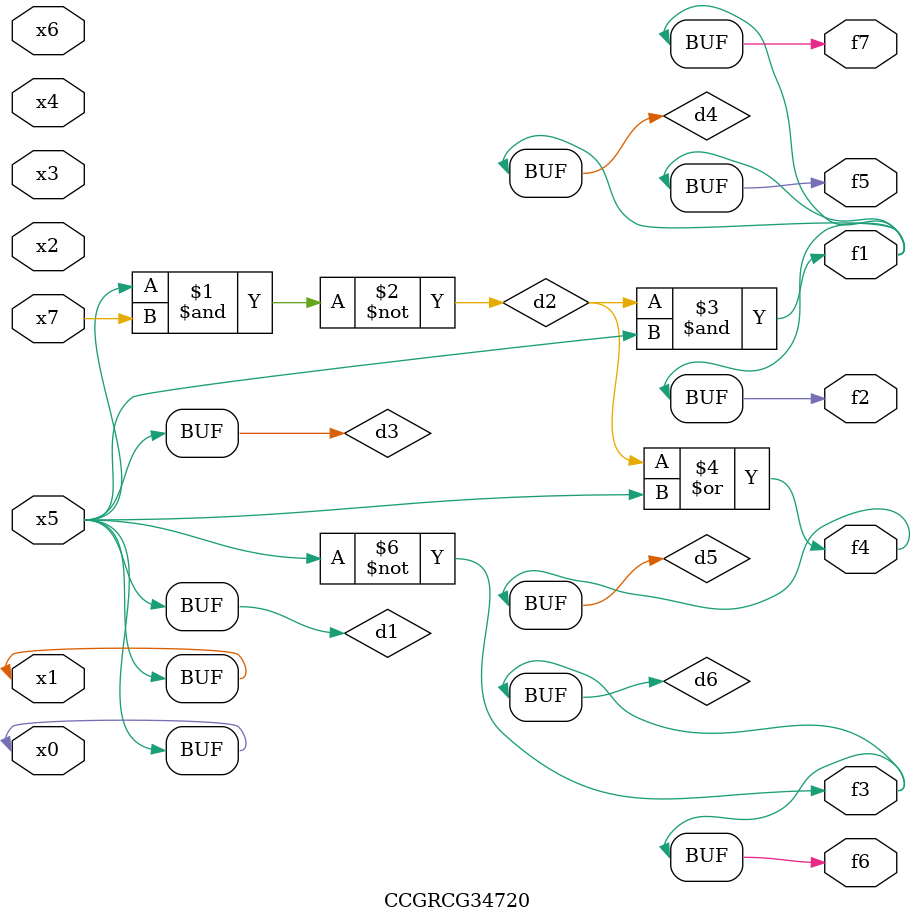
<source format=v>
module CCGRCG34720(
	input x0, x1, x2, x3, x4, x5, x6, x7,
	output f1, f2, f3, f4, f5, f6, f7
);

	wire d1, d2, d3, d4, d5, d6;

	buf (d1, x0, x5);
	nand (d2, x5, x7);
	buf (d3, x0, x1);
	and (d4, d2, d3);
	or (d5, d2, d3);
	nor (d6, d1, d3);
	assign f1 = d4;
	assign f2 = d4;
	assign f3 = d6;
	assign f4 = d5;
	assign f5 = d4;
	assign f6 = d6;
	assign f7 = d4;
endmodule

</source>
